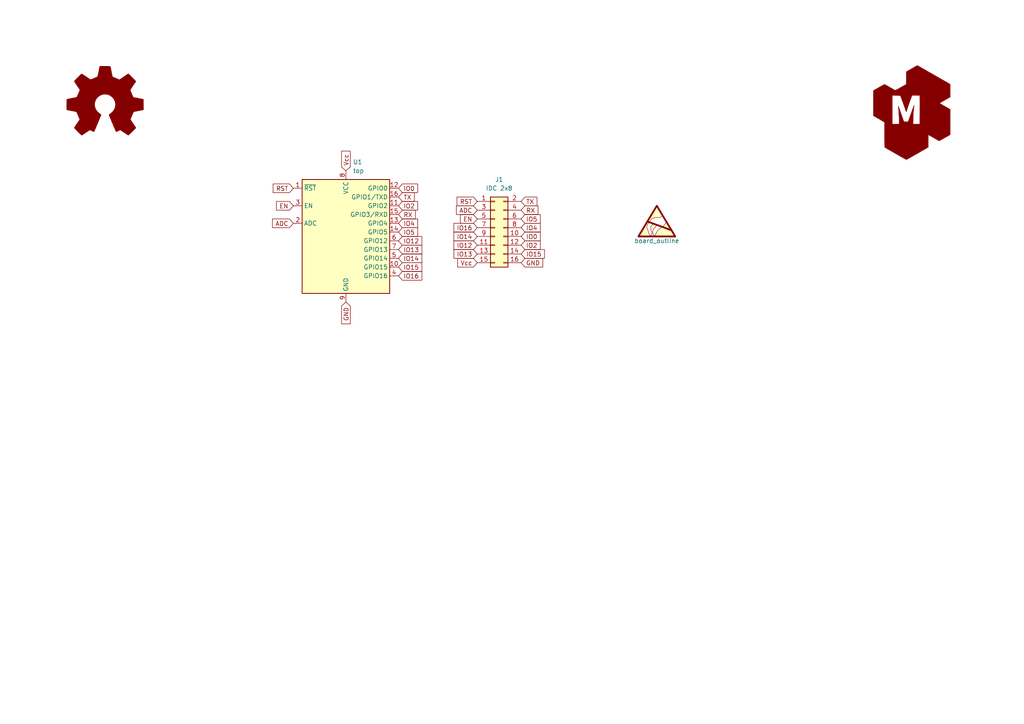
<source format=kicad_sch>
(kicad_sch (version 20211123) (generator eeschema)
  (paper "A4")
  (title_block (title "esp-flasher") (date "2023-02-16") (rev "2.0") (company "makerspace.lt"))
  (lib_symbols
    (symbol "-local:LOGO_KMS" (pin_names (offset 1.016))
      (symbol "LOGO_KMS_0_0"
        (polyline (pts (xy 0.0117 -14.5438) (xy 0.1815 -14.4596) (xy 0.4733 -14.3044) (xy 0.8715 -14.0867) (xy 1.3602 -13.8153) (xy 1.924 -13.4987) (xy 2.5471 -13.1457) (xy 3.2139 -12.765) (xy 6.35 -10.9673) (xy 6.35 -9.1666) (xy 6.3501 -8.9706) (xy 6.3525 -8.4585) (xy 6.3574 -8.0174) (xy 6.3642 -7.6719) (xy 6.3725 -7.4466) (xy 6.382 -7.366) (xy 6.3931 -7.3705) (xy 6.5163 -7.4356) (xy 6.7572 -7.5687) (xy 7.0937 -7.7574) (xy 7.504 -7.9893) (xy 7.966 -8.2524) (xy 9.518 -9.1387) (xy 9.8784 -8.9373) (xy 9.9805 -8.8799) (xy 10.249 -8.728) (xy 10.6096 -8.5232) (xy 11.0278 -8.2852) (xy 11.4694 -8.0335) (xy 12.7 -7.331) (xy 12.7 0.0494) (xy 11.176 0.9196) (xy 11.0418 0.9963) (xy 10.5993 1.2512) (xy 10.2174 1.4738) (xy 9.9177 1.6515) (xy 9.722 1.7712) (xy 9.652 1.8203) (xy 9.6578 1.8264) (xy 9.7659 1.8969) (xy 9.9934 2.0344) (xy 10.3187 2.2262) (xy 10.7201 2.4593) (xy 11.176 2.721) (xy 12.7 3.5912) (xy 12.7 7.3263) (xy 8.3185 9.8382) (xy 7.6069 10.2461) (xy 6.8355 10.688) (xy 6.1113 11.1028) (xy 5.4483 11.4824) (xy 4.8609 11.8184) (xy 4.3634 12.1028) (xy 3.9699 12.3275) (xy 3.6948 12.4842) (xy 3.5523 12.5649) (xy 3.1677 12.7795) (xy 1.5789 11.8716) (xy -0.0098 10.9637) (xy -0.0424 7.3239) (xy -1.6087 6.4227) (xy -1.8975 6.2571) (xy -2.3649 5.9936) (xy -2.7164 5.8043) (xy -2.9709 5.68) (xy -3.1477 5.612) (xy -3.2658 5.5912) (xy -3.3444 5.6086) (xy -3.4618 5.6732) (xy -3.7025 5.8093) (xy -4.0377 6.0007) (xy -4.4409 6.2321) (xy -4.8855 6.4885) (xy -5.3221 6.7382) (xy -5.7113 6.9558) (xy -6.0282 7.1278) (xy -6.2482 7.2407) (xy -6.3467 7.2813) (xy -6.3645 7.2764) (xy -6.5062 7.2095) (xy -6.7636 7.0739) (xy -7.1139 6.8821) (xy -7.5342 6.6465) (xy -8.0018 6.3795) (xy -9.5674 5.4776) (xy -9.5674 4.0688) (xy -4.064 4.0688) (xy -1.7516 4.0216) (xy -1.1718 2.4553) (xy -1 1.9865) (xy -0.7964 1.4201) (xy -0.6059 0.8796) (xy -0.4442 0.409) (xy -0.3266 0.0527) (xy -0.2179 -0.2807) (xy -0.1159 -0.5429) (xy -0.0353 -0.6449) (xy 0.0378 -0.5883) (xy 0.1173 -0.3745) (xy 0.217 -0.005) (xy 0.2461 0.1011) (xy 0.3452 0.4246) (xy 0.4827 0.8444) (xy 0.6445 1.3178) (xy 0.8165 1.8022) (xy 0.8988 2.0297) (xy 1.0719 2.5096) (xy 1.232 2.9552) (xy 1.3642 3.325) (xy 1.4536 3.5771) (xy 1.6242 4.064) (xy 3.88 4.064) (xy 3.9085 3.0691) (xy 3.9135 2.811) (xy 3.9177 2.3699) (xy 3.9198 1.8095) (xy 3.9199 1.1571) (xy 3.9179 0.44) (xy 3.9139 -0.3146) (xy 3.908 -1.0795) (xy 3.879 -4.2334) (xy 1.9224 -4.2334) (xy 1.9748 -2.4342) (xy 1.9947 -1.8396) (xy 2.0364 -0.9704) (xy 2.0906 -0.2293) (xy 2.1593 0.4093) (xy 2.2446 0.971) (xy 2.262 1.0904) (xy 2.2529 1.171) (xy 2.1976 1.1001) (xy 2.0991 0.8842) (xy 1.9605 0.5295) (xy 1.7849 0.0423) (xy 1.7468 -0.0664) (xy 1.5718 -0.5599) (xy 1.3664 -1.1332) (xy 1.1532 -1.7235) (xy 0.9546 -2.2683) (xy 0.4799 -3.5629) (xy -0.1138 -3.5383) (xy -0.7074 -3.5137) (xy -0.9586 -2.8364) (xy -0.9612 -2.8292) (xy -1.0706 -2.529) (xy -1.2213 -2.1084) (xy -1.3998 -1.6058) (xy -1.5924 -1.0595) (xy -1.7856 -0.508) (xy -1.8442 -0.3408) (xy -2.0095 0.1196) (xy -2.1523 0.5018) (xy -2.2647 0.7852) (xy -2.3386 0.9493) (xy -2.3659 0.9736) (xy -2.3657 0.9477) (xy -2.3538 0.7623) (xy -2.3275 0.455) (xy -2.29 0.0619) (xy -2.2445 -0.381) (xy -2.2379 -0.4446) (xy -2.1912 -1.0068) (xy -2.1531 -1.6534) (xy -2.1273 -2.3095) (xy -2.1176 -2.8999) (xy -2.1167 -4.2334) (xy -4.064 -4.2334) (xy -4.064 4.0688) (xy -9.5674 4.0688) (xy -9.5674 -1.8386) (xy -8.1915 -2.6257) (xy -7.7716 -2.8672) (xy -7.3526 -3.111) (xy -6.9963 -3.3211) (xy -6.7308 -3.4809) (xy -6.5844 -3.5738) (xy -6.353 -3.7348) (xy -6.3529 -7.3454) (xy -6.3527 -7.7944) (xy -6.3506 -8.6376) (xy -6.346 -9.3299) (xy -6.3386 -9.8839) (xy -6.3279 -10.3121) (xy -6.3136 -10.6272) (xy -6.2954 -10.8417) (xy -6.2729 -10.9682) (xy -6.2456 -11.0192) (xy -6.2238 -11.0319) (xy -6.0739 -11.1186) (xy -5.8 -11.2769) (xy -5.4182 -11.4974) (xy -4.9445 -11.7709) (xy -4.3949 -12.0881) (xy -3.7856 -12.4397) (xy -3.1327 -12.8164) (xy -2.8568 -12.9754) (xy -2.2209 -13.34) (xy -1.6355 -13.6733) (xy -1.1165 -13.9663) (xy -0.6799 -14.2101) (xy -0.3417 -14.3958) (xy -0.1179 -14.5142) (xy -0.0246 -14.5566) (xy 0.0117 -14.5438)) (stroke (width 0.01)) (fill (type outline)))
      )
    )
    (symbol "Connector_Generic:Conn_02x08_Odd_Even" (pin_names (offset 1.016) hide)
      (property "Reference" "J" (at 1.27 10.16 0))
      (property "Value" "Conn_02x08_Odd_Even" (at 1.27 -12.7 0))
      (symbol "Conn_02x08_Odd_Even_1_1"
        (rectangle (start -1.27 -10.033) (end 0 -10.287) (stroke (width 0.1524)))
        (rectangle (start -1.27 -7.493) (end 0 -7.747) (stroke (width 0.1524)))
        (rectangle (start -1.27 -4.953) (end 0 -5.207) (stroke (width 0.1524)))
        (rectangle (start -1.27 -2.413) (end 0 -2.667) (stroke (width 0.1524)))
        (rectangle (start -1.27 0.127) (end 0 -0.127) (stroke (width 0.1524)))
        (rectangle (start -1.27 2.667) (end 0 2.413) (stroke (width 0.1524)))
        (rectangle (start -1.27 5.207) (end 0 4.953) (stroke (width 0.1524)))
        (rectangle (start -1.27 7.747) (end 0 7.493) (stroke (width 0.1524)))
        (rectangle (start -1.27 8.89) (end 3.81 -11.43) (stroke (width 0.254)) (fill (type background)))
        (rectangle (start 3.81 -10.033) (end 2.54 -10.287) (stroke (width 0.1524)))
        (rectangle (start 3.81 -7.493) (end 2.54 -7.747) (stroke (width 0.1524)))
        (rectangle (start 3.81 -4.953) (end 2.54 -5.207) (stroke (width 0.1524)))
        (rectangle (start 3.81 -2.413) (end 2.54 -2.667) (stroke (width 0.1524)))
        (rectangle (start 3.81 0.127) (end 2.54 -0.127) (stroke (width 0.1524)))
        (rectangle (start 3.81 2.667) (end 2.54 2.413) (stroke (width 0.1524)))
        (rectangle (start 3.81 5.207) (end 2.54 4.953) (stroke (width 0.1524)))
        (rectangle (start 3.81 7.747) (end 2.54 7.493) (stroke (width 0.1524)))
        (pin passive line (at -5.08 7.62 0) (length 3.81) (name "Pin_1") (number "1"))
        (pin passive line (at 7.62 -2.54 180) (length 3.81) (name "Pin_10") (number "10"))
        (pin passive line (at -5.08 -5.08 0) (length 3.81) (name "Pin_11") (number "11"))
        (pin passive line (at 7.62 -5.08 180) (length 3.81) (name "Pin_12") (number "12"))
        (pin passive line (at -5.08 -7.62 0) (length 3.81) (name "Pin_13") (number "13"))
        (pin passive line (at 7.62 -7.62 180) (length 3.81) (name "Pin_14") (number "14"))
        (pin passive line (at -5.08 -10.16 0) (length 3.81) (name "Pin_15") (number "15"))
        (pin passive line (at 7.62 -10.16 180) (length 3.81) (name "Pin_16") (number "16"))
        (pin passive line (at 7.62 7.62 180) (length 3.81) (name "Pin_2") (number "2"))
        (pin passive line (at -5.08 5.08 0) (length 3.81) (name "Pin_3") (number "3"))
        (pin passive line (at 7.62 5.08 180) (length 3.81) (name "Pin_4") (number "4"))
        (pin passive line (at -5.08 2.54 0) (length 3.81) (name "Pin_5") (number "5"))
        (pin passive line (at 7.62 2.54 180) (length 3.81) (name "Pin_6") (number "6"))
        (pin passive line (at -5.08 0 0) (length 3.81) (name "Pin_7") (number "7"))
        (pin passive line (at 7.62 0 180) (length 3.81) (name "Pin_8") (number "8"))
        (pin passive line (at -5.08 -2.54 0) (length 3.81) (name "Pin_9") (number "9"))
      )
    )
    (symbol "Graphic:Logo_Open_Hardware_Large" (pin_names (offset 1.016))
      (symbol "Logo_Open_Hardware_Large_1_1"
        (polyline (pts (xy 6.731 -8.7122) (xy 6.6294 -8.6614) (xy 6.35 -8.4836) (xy 5.9944 -8.255) (xy 5.5372 -7.9502) (xy 5.1054 -7.6454) (xy 4.7498 -7.4168) (xy 4.4958 -7.239) (xy 4.3942 -7.1882) (xy 4.318 -7.2136) (xy 4.1148 -7.3152) (xy 3.81 -7.4676) (xy 3.6322 -7.5692) (xy 3.3528 -7.6708) (xy 3.2258 -7.6962) (xy 3.2004 -7.6708) (xy 3.0988 -7.4676) (xy 2.9464 -7.0866) (xy 2.7178 -6.604) (xy 2.4892 -6.0452) (xy 2.2352 -5.4356) (xy 1.9558 -4.826) (xy 1.7272 -4.2164) (xy 1.4986 -3.683) (xy 1.3208 -3.2512) (xy 1.2192 -2.9464) (xy 1.1684 -2.8194) (xy 1.1938 -2.794) (xy 1.3208 -2.667) (xy 1.5748 -2.4892) (xy 2.0828 -2.0574) (xy 2.6162 -1.397) (xy 2.921 -0.6604) (xy 3.048 0.1524) (xy 2.9464 0.9144) (xy 2.6416 1.6256) (xy 2.1336 2.286) (xy 1.524 2.7686) (xy 0.8128 3.0734) (xy 0 3.175) (xy -0.762 3.0988) (xy -1.4986 2.794) (xy -2.159 2.286) (xy -2.4384 1.9812) (xy -2.8194 1.3208) (xy -3.048 0.6096) (xy -3.0734 0.4318) (xy -3.0226 -0.3556) (xy -2.794 -1.0922) (xy -2.3876 -1.7526) (xy -1.8288 -2.3114) (xy -1.7526 -2.3622) (xy -1.4732 -2.5654) (xy -1.2954 -2.6924) (xy -1.1684 -2.8194) (xy -2.159 -5.207) (xy -2.3114 -5.588) (xy -2.5908 -6.2484) (xy -2.8194 -6.8072) (xy -3.0226 -7.2644) (xy -3.1496 -7.5692) (xy -3.2258 -7.6708) (xy -3.2258 -7.6962) (xy -3.302 -7.6962) (xy -3.4798 -7.6454) (xy -3.8354 -7.4676) (xy -4.0386 -7.366) (xy -4.2926 -7.239) (xy -4.4196 -7.1882) (xy -4.5212 -7.239) (xy -4.7498 -7.3914) (xy -5.1054 -7.6454) (xy -5.5372 -7.9248) (xy -5.9436 -8.2042) (xy -6.3246 -8.4582) (xy -6.604 -8.636) (xy -6.731 -8.7122) (xy -6.7564 -8.7122) (xy -6.858 -8.636) (xy -7.0866 -8.4582) (xy -7.4168 -8.1534) (xy -7.874 -7.6962) (xy -7.9502 -7.62) (xy -8.3312 -7.239) (xy -8.636 -6.9088) (xy -8.8392 -6.6802) (xy -8.9154 -6.5786) (xy -8.9154 -6.5786) (xy -8.8392 -6.4516) (xy -8.6614 -6.1722) (xy -8.4328 -5.7912) (xy -8.128 -5.3594) (xy -7.3152 -4.191) (xy -7.7724 -3.0988) (xy -7.8994 -2.7686) (xy -8.0772 -2.3622) (xy -8.2042 -2.0828) (xy -8.255 -1.9558) (xy -8.382 -1.905) (xy -8.6614 -1.8542) (xy -9.0932 -1.7526) (xy -9.6266 -1.651) (xy -10.1092 -1.5748) (xy -10.541 -1.4732) (xy -10.8712 -1.4224) (xy -11.0236 -1.397) (xy -11.049 -1.3716) (xy -11.0744 -1.2954) (xy -11.0998 -1.143) (xy -11.0998 -0.889) (xy -11.1252 -0.4572) (xy -11.1252 0.1524) (xy -11.1252 0.2286) (xy -11.0998 0.8128) (xy -11.0998 1.27) (xy -11.0744 1.5494) (xy -11.0744 1.6764) (xy -11.0744 1.6764) (xy -10.922 1.7018) (xy -10.6172 1.778) (xy -10.16 1.8542) (xy -9.652 1.9558) (xy -9.6012 1.9812) (xy -9.0932 2.0828) (xy -8.636 2.159) (xy -8.3312 2.2352) (xy -8.2042 2.286) (xy -8.1788 2.3114) (xy -8.0772 2.5146) (xy -7.9248 2.8448) (xy -7.747 3.2512) (xy -7.5692 3.6576) (xy -7.4168 4.0386) (xy -7.3152 4.318) (xy -7.2898 4.445) (xy -7.2898 4.445) (xy -7.366 4.572) (xy -7.5438 4.826) (xy -7.7978 5.207) (xy -8.128 5.6642) (xy -8.128 5.6896) (xy -8.4328 6.1468) (xy -8.6868 6.5278) (xy -8.8392 6.7818) (xy -8.9154 6.9088) (xy -8.9154 6.9088) (xy -8.8138 7.0358) (xy -8.5852 7.2898) (xy -8.255 7.6454) (xy -7.874 8.0264) (xy -7.747 8.1534) (xy -7.3152 8.5852) (xy -7.0104 8.8646) (xy -6.8326 8.9916) (xy -6.731 9.0424) (xy -6.731 9.0424) (xy -6.604 8.9408) (xy -6.3246 8.763) (xy -5.9436 8.509) (xy -5.4864 8.2042) (xy -5.461 8.1788) (xy -5.0038 7.874) (xy -4.6482 7.62) (xy -4.3688 7.4422) (xy -4.2672 7.3914) (xy -4.2418 7.3914) (xy -4.064 7.4422) (xy -3.7338 7.5438) (xy -3.3528 7.6962) (xy -2.9464 7.874) (xy -2.5654 8.0264) (xy -2.286 8.1534) (xy -2.159 8.2296) (xy -2.159 8.2296) (xy -2.1082 8.382) (xy -2.032 8.7122) (xy -1.9304 9.1694) (xy -1.8288 9.7282) (xy -1.8034 9.8044) (xy -1.7018 10.3378) (xy -1.6256 10.7696) (xy -1.5748 11.0744) (xy -1.524 11.2014) (xy -1.4478 11.2268) (xy -1.1938 11.2522) (xy -0.8128 11.2522) (xy -0.3302 11.2522) (xy 0.1524 11.2522) (xy 0.6604 11.2522) (xy 1.0668 11.2268) (xy 1.3716 11.2014) (xy 1.4986 11.176) (xy 1.4986 11.176) (xy 1.5494 11.0236) (xy 1.6256 10.6934) (xy 1.7018 10.2108) (xy 1.8288 9.6774) (xy 1.8288 9.5758) (xy 1.9304 9.0424) (xy 2.032 8.6106) (xy 2.0828 8.3058) (xy 2.1336 8.2042) (xy 2.159 8.1788) (xy 2.3876 8.0772) (xy 2.7432 7.9248) (xy 3.175 7.747) (xy 4.191 7.3406) (xy 5.461 8.2042) (xy 5.5626 8.2804) (xy 6.0198 8.5852) (xy 6.3754 8.8392) (xy 6.6294 8.9916) (xy 6.7564 9.0424) (xy 6.7564 9.0424) (xy 6.8834 8.9408) (xy 7.1374 8.7122) (xy 7.4676 8.382) (xy 7.8486 7.9756) (xy 8.1534 7.6962) (xy 8.4836 7.3406) (xy 8.7122 7.112) (xy 8.8392 6.9596) (xy 8.8646 6.858) (xy 8.8646 6.8072) (xy 8.7884 6.6802) (xy 8.6106 6.4008) (xy 8.3312 6.0198) (xy 8.0264 5.588) (xy 7.7978 5.207) (xy 7.5184 4.8006) (xy 7.3406 4.4958) (xy 7.2898 4.3434) (xy 7.2898 4.2926) (xy 7.3914 4.0386) (xy 7.5184 3.683) (xy 7.7216 3.2258) (xy 8.1534 2.2352) (xy 8.7884 2.1082) (xy 9.1948 2.0574) (xy 9.7536 1.9304) (xy 10.2616 1.8288) (xy 11.0998 1.6764) (xy 11.1252 -1.3208) (xy 10.9982 -1.3716) (xy 10.8712 -1.397) (xy 10.5664 -1.4732) (xy 10.1346 -1.5494) (xy 9.6266 -1.651) (xy 9.1948 -1.7272) (xy 8.7376 -1.8288) (xy 8.4328 -1.8796) (xy 8.2804 -1.905) (xy 8.255 -1.9558) (xy 8.1534 -2.159) (xy 7.9756 -2.5146) (xy 7.8232 -2.921) (xy 7.6454 -3.3274) (xy 7.493 -3.7338) (xy 7.366 -4.0132) (xy 7.3406 -4.191) (xy 7.3914 -4.2926) (xy 7.5692 -4.5466) (xy 7.7978 -4.9276) (xy 8.1026 -5.3594) (xy 8.4074 -5.7912) (xy 8.6614 -6.1722) (xy 8.8138 -6.4262) (xy 8.89 -6.5532) (xy 8.8646 -6.6548) (xy 8.6868 -6.858) (xy 8.3566 -7.1882) (xy 7.874 -7.6708) (xy 7.7978 -7.747) (xy 7.3914 -8.128) (xy 7.0612 -8.4328) (xy 6.8326 -8.636) (xy 6.731 -8.7122)) (fill (type outline)))
      )
    )
    (symbol "Graphic:SYM_ESD_Large" (pin_names (offset 1.016))
      (symbol "SYM_ESD_Large_0_0"
        (polyline (pts (xy -2.667 -0.762) (xy 4.318 -3.302)) (stroke (width 0.508)))
        (polyline (pts (xy 0.4826 -5.1308) (xy 5.3848 -5.1308) (xy 5.3848 -5.1054) (xy 5.334 -5.0546) (xy 5.2832 -4.953) (xy 5.207 -4.826) (xy 5.0038 -4.4704) (xy 4.8768 -4.2672) (xy 4.7498 -4.0386) (xy 4.1402 -3.0226) (xy 3.9878 -2.7432) (xy 3.5306 -1.9812) (xy 3.4036 -1.7526) (xy 3.2766 -1.5494) (xy 3.1496 -1.3716) (xy 3.0734 -1.1938) (xy 2.9972 -1.0668) (xy 2.921 -0.9652) (xy 2.8956 -0.889) (xy 2.8448 -0.8382) (xy 2.8194 -0.8636) (xy 2.7686 -0.889) (xy 2.5908 -1.0668) (xy 2.4892 -1.2192) (xy 2.4638 -1.3462) (xy 2.413 -1.4224) (xy 2.3622 -1.5748) (xy 2.286 -1.7018) (xy 1.9812 -2.0066) (xy 1.8542 -2.1082) (xy 1.7018 -2.2352) (xy 1.5494 -2.3368) (xy 1.397 -2.4638) (xy 1.2192 -2.5908) (xy 1.0668 -2.7178) (xy 0.9144 -2.8194) (xy 0.8128 -2.8956) (xy 0.7112 -2.9464) (xy 0.6096 -3.0226) (xy 0.3556 -3.2258) (xy 0.254 -3.3528) (xy 0.1524 -3.5052) (xy 0.0508 -3.683) (xy -0.0762 -3.8862) (xy -0.2286 -4.2672) (xy -0.381 -4.572) (xy -0.5334 -4.7244) (xy -0.6096 -4.7752) (xy -0.635 -4.8006) (xy -0.8382 -4.8006) (xy -0.9144 -4.7752) (xy -1.016 -4.6736) (xy -1.0668 -4.5212) (xy -1.1176 -4.3434) (xy -1.143 -4.1148) (xy -1.143 -3.4544) (xy -1.0922 -3.2512) (xy -1.0414 -3.0734) (xy -0.9398 -2.921) (xy -0.8382 -2.794) (xy -0.381 -2.3368) (xy -0.3048 -2.2352) (xy -0.2032 -1.9812) (xy -0.1778 -1.9304) (xy -0.1524 -1.8288) (xy -0.127 -1.7526) (xy -0.127 -1.7272) (xy -0.2032 -1.651) (xy -0.254 -1.5748) (xy -0.3556 -1.524) (xy -0.4318 -1.4478) (xy -0.508 -1.397) (xy -0.5588 -1.3462) (xy -0.6096 -1.3462) (xy -0.6604 -1.3716) (xy -0.7366 -1.4224) (xy -0.8382 -1.4732) (xy -0.9652 -1.5494) (xy -1.0668 -1.6002) (xy -1.1684 -1.6764) (xy -1.3208 -1.778) (xy -1.6002 -2.0574) (xy -1.778 -2.2606) (xy -1.7272 -2.3876) (xy -1.7018 -2.4384) (xy -1.7018 -2.5146) (xy -1.6764 -2.5908) (xy -1.6764 -2.8702) (xy -1.7018 -2.9972) (xy -1.7272 -3.0734) (xy -1.7272 -3.0988) (xy -1.7526 -3.1496) (xy -1.7018 -3.2512) (xy -1.651 -3.3274) (xy -1.651 -3.3528) (xy -1.524 -3.6068) (xy -1.4478 -3.8608) (xy -1.4224 -4.1402) (xy -1.4224 -4.3434) (xy -1.4478 -4.4196) (xy -1.4732 -4.4704) (xy -1.4986 -4.5466) (xy -1.5748 -4.6736) (xy -1.6764 -4.7498) (xy -1.778 -4.8006) (xy -1.8796 -4.8006) (xy -1.9558 -4.7752) (xy -2.0066 -4.7244) (xy -2.0574 -4.6228) (xy -2.1336 -4.4958) (xy -2.2098 -4.318) (xy -2.3114 -4.0894) (xy -2.413 -3.8354) (xy -2.5146 -3.5306) (xy -2.5146 -3.5052) (xy -2.5654 -3.3528) (xy -2.6416 -3.2004) (xy -2.7432 -2.9464) (xy -2.7686 -2.921) (xy -2.8448 -2.6924) (xy -2.8956 -2.4638) (xy -2.8956 -2.2606) (xy -2.8448 -2.032) (xy -2.7686 -1.8034) (xy -2.7178 -1.7018) (xy -2.6162 -1.5494) (xy -2.5146 -1.3716) (xy -2.3622 -1.1938) (xy -2.2098 -0.9906) (xy -2.1082 -0.889) (xy -1.9558 -0.635) (xy -1.8796 -0.5334) (xy -1.8542 -0.508) (xy -1.7272 -0.2794) (xy -1.6002 -0.1016) (xy -1.4478 0.0508) (xy -1.3208 0.1524) (xy -1.1684 0.2032) (xy -1.1176 0.2286) (xy -0.9906 0.254) (xy -0.8128 0.3048) (xy -0.5842 0.3302) (xy -0.3302 0.3556) (xy -0.0254 0.381) (xy 0.0254 0.381) (xy 0.2794 0.4064) (xy 0.508 0.4318) (xy 0.6858 0.4318) (xy 0.8382 0.4572) (xy 0.9652 0.4826) (xy 1.0668 0.508) (xy 1.1684 0.5588) (xy 1.2446 0.5842) (xy 1.3208 0.635) (xy 1.524 0.7874) (xy 1.7272 0.9906) (xy 1.7272 1.0414) (xy 1.7018 1.0922) (xy 1.651 1.1684) (xy 1.6002 1.27) (xy 1.4986 1.4224) (xy 1.4224 1.6002) (xy 1.1684 2.0066) (xy 1.0414 2.2352) (xy 0.6604 2.8702) (xy 0.508 3.0988) (xy 0.4064 3.302) (xy 0.3048 3.4544) (xy 0.2286 3.5814) (xy 0.1524 3.683) (xy 0.1016 3.7592) (xy 0.0508 3.8608) (xy 0.0254 3.8862) (xy -0.0508 3.8862) (xy -0.0508 3.8608) (xy -0.127 3.7846) (xy -0.1524 3.7338) (xy -0.2032 3.6576) (xy -0.254 3.556) (xy -0.4064 3.302) (xy -0.508 3.1496) (xy -0.6096 2.9718) (xy -0.7366 2.7686) (xy -1.0414 2.2606) (xy -1.2192 1.9558) (xy -1.4224 1.6256) (xy -1.8796 0.8636) (xy -2.1336 0.4064) (xy -2.4384 -0.0762) (xy -2.7432 -0.6096) (xy -2.921 -0.889) (xy -3.429 -1.7526) (xy -3.6576 -2.159) (xy -3.8862 -2.54) (xy -4.1148 -2.8956) (xy -4.318 -3.2512) (xy -4.5212 -3.5814) (xy -4.6736 -3.8862) (xy -4.8514 -4.1402) (xy -4.9784 -4.3942) (xy -5.1054 -4.5974) (xy -5.2324 -4.7752) (xy -5.3594 -5.0292) (xy -5.4102 -5.1054) (xy -5.4102 -5.1308) (xy -0.7112 -5.1308) (xy -0.0254 -5.1562) (xy 0.4826 -5.1308)) (stroke (width 0.127)) (fill (type background)))
      )
      (symbol "SYM_ESD_Large_0_1"
        (polyline (pts (xy -5.334 -5.08) (xy 5.334 -5.08) (xy 0 3.81) (xy -5.334 -5.08)) (stroke (width 0.508)))
      )
    )
    (symbol "RF_Module:ESP-07"
      (property "Reference" "U" (at -12.7 19.05 0))
      (property "Value" "ESP-07" (at 12.7 19.05 0))
      (symbol "ESP-07_0_1"
        (rectangle (start -12.7 17.78) (end 12.7 -15.24) (stroke (width 0.254)) (fill (type background)))
      )
      (symbol "ESP-07_1_1"
        (pin input line (at -15.24 15.24 0) (length 2.54) (name "~{RST}") (number "1"))
        (pin bidirectional line (at 15.24 -7.62 180) (length 2.54) (name "GPIO15") (number "10"))
        (pin bidirectional line (at 15.24 10.16 180) (length 2.54) (name "GPIO2") (number "11"))
        (pin bidirectional line (at 15.24 15.24 180) (length 2.54) (name "GPIO0") (number "12"))
        (pin bidirectional line (at 15.24 5.08 180) (length 2.54) (name "GPIO4") (number "13"))
        (pin bidirectional line (at 15.24 2.54 180) (length 2.54) (name "GPIO5") (number "14"))
        (pin bidirectional line (at 15.24 7.62 180) (length 2.54) (name "GPIO3/RXD") (number "15"))
        (pin bidirectional line (at 15.24 12.7 180) (length 2.54) (name "GPIO1/TXD") (number "16"))
        (pin input line (at -15.24 5.08 0) (length 2.54) (name "ADC") (number "2"))
        (pin input line (at -15.24 10.16 0) (length 2.54) (name "EN") (number "3"))
        (pin bidirectional line (at 15.24 -10.16 180) (length 2.54) (name "GPIO16") (number "4"))
        (pin bidirectional line (at 15.24 -5.08 180) (length 2.54) (name "GPIO14") (number "5"))
        (pin bidirectional line (at 15.24 0 180) (length 2.54) (name "GPIO12") (number "6"))
        (pin bidirectional line (at 15.24 -2.54 180) (length 2.54) (name "GPIO13") (number "7"))
        (pin power_in line (at 0 20.32 270) (length 2.54) (name "VCC") (number "8"))
        (pin power_in line (at 0 -17.78 90) (length 2.54) (name "GND") (number "9"))
      )
    )
  )
  (global_label "IO0" (shape input) (at 151.13 68.58 0) (property "Intersheet References" "${INTERSHEET_REFS}" (effects hide)))
  (global_label "GND" (shape input) (at 100.33 87.63 270) (property "Intersheet References" "${INTERSHEET_REFS}" (effects hide)))
  (global_label "IO5" (shape input) (at 151.13 63.5 0) (property "Intersheet References" "${INTERSHEET_REFS}" (effects hide)))
  (global_label "IO14" (shape input) (at 115.57 74.93 0) (property "Intersheet References" "${INTERSHEET_REFS}" (effects hide)))
  (global_label "TX" (shape input) (at 115.57 57.15 0) (property "Intersheet References" "${INTERSHEET_REFS}" (effects hide)))
  (global_label "TX" (shape input) (at 151.13 58.42 0) (property "Intersheet References" "${INTERSHEET_REFS}" (effects hide)))
  (global_label "ADC" (shape input) (at 138.43 60.96 180) (property "Intersheet References" "${INTERSHEET_REFS}" (effects hide)))
  (global_label "IO16" (shape input) (at 115.57 80.01 0) (property "Intersheet References" "${INTERSHEET_REFS}" (effects hide)))
  (global_label "IO4" (shape input) (at 151.13 66.04 0) (property "Intersheet References" "${INTERSHEET_REFS}" (effects hide)))
  (global_label "IO2" (shape input) (at 115.57 59.69 0) (property "Intersheet References" "${INTERSHEET_REFS}" (effects hide)))
  (global_label "EN" (shape input) (at 138.43 63.5 180) (property "Intersheet References" "${INTERSHEET_REFS}" (effects hide)))
  (global_label "RST" (shape input) (at 85.09 54.61 180) (property "Intersheet References" "${INTERSHEET_REFS}" (effects hide)))
  (global_label "GND" (shape input) (at 151.13 76.2 0) (property "Intersheet References" "${INTERSHEET_REFS}" (effects hide)))
  (global_label "RX" (shape input) (at 151.13 60.96 0) (property "Intersheet References" "${INTERSHEET_REFS}" (effects hide)))
  (global_label "RX" (shape input) (at 115.57 62.23 0) (property "Intersheet References" "${INTERSHEET_REFS}" (effects hide)))
  (global_label "Vcc" (shape input) (at 138.43 76.2 180) (property "Intersheet References" "${INTERSHEET_REFS}" (effects hide)))
  (global_label "IO13" (shape input) (at 115.57 72.39 0) (property "Intersheet References" "${INTERSHEET_REFS}" (effects hide)))
  (global_label "IO4" (shape input) (at 115.57 64.77 0) (property "Intersheet References" "${INTERSHEET_REFS}" (effects hide)))
  (global_label "IO2" (shape input) (at 151.13 71.12 0) (property "Intersheet References" "${INTERSHEET_REFS}" (effects hide)))
  (global_label "ADC" (shape input) (at 85.09 64.77 180) (property "Intersheet References" "${INTERSHEET_REFS}" (effects hide)))
  (global_label "IO12" (shape input) (at 115.57 69.85 0) (property "Intersheet References" "${INTERSHEET_REFS}" (effects hide)))
  (global_label "IO5" (shape input) (at 115.57 67.31 0) (property "Intersheet References" "${INTERSHEET_REFS}" (effects hide)))
  (global_label "IO0" (shape input) (at 115.57 54.61 0) (property "Intersheet References" "${INTERSHEET_REFS}" (effects hide)))
  (global_label "IO12" (shape input) (at 138.43 71.12 180) (property "Intersheet References" "${INTERSHEET_REFS}" (effects hide)))
  (global_label "IO15" (shape input) (at 151.13 73.66 0) (property "Intersheet References" "${INTERSHEET_REFS}" (effects hide)))
  (global_label "IO14" (shape input) (at 138.43 68.58 180) (property "Intersheet References" "${INTERSHEET_REFS}" (effects hide)))
  (global_label "EN" (shape input) (at 85.09 59.69 180) (property "Intersheet References" "${INTERSHEET_REFS}" (effects hide)))
  (global_label "RST" (shape input) (at 138.43 58.42 180) (property "Intersheet References" "${INTERSHEET_REFS}" (effects hide)))
  (global_label "IO16" (shape input) (at 138.43 66.04 180) (property "Intersheet References" "${INTERSHEET_REFS}" (effects hide)))
  (global_label "Vcc" (shape input) (at 100.33 49.53 90) (property "Intersheet References" "${INTERSHEET_REFS}" (effects hide)))
  (global_label "IO15" (shape input) (at 115.57 77.47 0) (property "Intersheet References" "${INTERSHEET_REFS}" (effects hide)))
  (global_label "IO13" (shape input) (at 138.43 73.66 180) (property "Intersheet References" "${INTERSHEET_REFS}" (effects hide)))
  (symbol (lib_id "Connector_Generic:Conn_02x08_Odd_Even") (at 143.51 66.04 0) (unit 1)
    (property "Reference" "J1" (at 144.78 52.07 0))
    (property "Value" "IDC 2x8" (at 144.78 54.61 0))
    (property "Footprint" "Connector_IDC:IDC-Header_2x08_P2.54mm_Vertical" (effects hide))
    (property "jlc-part-type" "E" (effects hide))
    (property "lcsc#" "C3406" (effects hide))
  )
  (symbol (lib_id "Graphic:SYM_ESD_Large") (at 190.5 63.5 0) (unit 1) (in_bom no)
    (property "Reference" "SYM1" (effects hide))
    (property "Value" "board_outline" (at 190.5 69.85 0))
    (property "Footprint" "-local:board" (effects hide))
  )
  (symbol (lib_id "RF_Module:ESP-07") (at 100.33 69.85 0) (unit 1) (in_bom no)
    (property "Reference" "U1" (at 102.3494 46.99 0) (effects (justify left)))
    (property "Value" "top" (at 102.3494 49.53 0) (effects (justify left)))
    (property "Footprint" "-local:esp-top" (effects hide))
  )
  (symbol (lib_id "-local:LOGO_KMS") (at 262.89 31.75 0) (unit 1) (in_bom no)
    (property "Reference" "G2" (effects hide))
    (property "Value" "LOGO_KMS" (effects hide))
    (property "Footprint" "-local:logo_kms_small_silkscreen" (effects hide))
    (property "jlc-part-type" "-" (effects hide))
  )
  (symbol (lib_id "Graphic:Logo_Open_Hardware_Large") (at 30.48 30.48 0) (unit 1) (in_bom no) (on_board no)
    (property "Reference" "G1" (effects hide))
    (property "Value" "Logo_Open_Hardware_Large" (effects hide))
    (property "Footprint" "Symbol:OSHW-Symbol_6.7x6mm_SilkScreen" (effects hide))
    (property "jlc-part-type" "-" (effects hide))
  )
)
</source>
